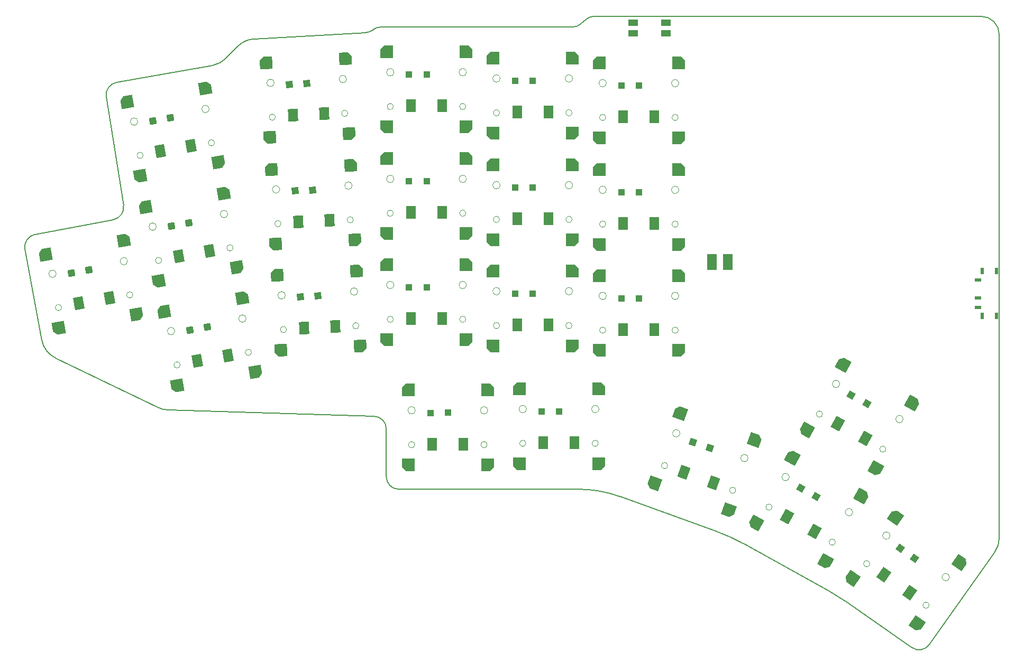
<source format=gbr>
%TF.GenerationSoftware,KiCad,Pcbnew,8.0.6*%
%TF.CreationDate,2024-11-17T18:27:12-05:00*%
%TF.ProjectId,ultra_lp_keeb,756c7472-615f-46c7-905f-6b6565622e6b,rev?*%
%TF.SameCoordinates,Original*%
%TF.FileFunction,Paste,Bot*%
%TF.FilePolarity,Positive*%
%FSLAX46Y46*%
G04 Gerber Fmt 4.6, Leading zero omitted, Abs format (unit mm)*
G04 Created by KiCad (PCBNEW 8.0.6) date 2024-11-17 18:27:12*
%MOMM*%
%LPD*%
G01*
G04 APERTURE LIST*
G04 Aperture macros list*
%AMRotRect*
0 Rectangle, with rotation*
0 The origin of the aperture is its center*
0 $1 length*
0 $2 width*
0 $3 Rotation angle, in degrees counterclockwise*
0 Add horizontal line*
21,1,$1,$2,0,0,$3*%
%AMOutline5P*
0 Free polygon, 5 corners , with rotation*
0 The origin of the aperture is its center*
0 number of corners: always 5*
0 $1 to $10 corner X, Y*
0 $11 Rotation angle, in degrees counterclockwise*
0 create outline with 5 corners*
4,1,5,$1,$2,$3,$4,$5,$6,$7,$8,$9,$10,$1,$2,$11*%
%AMOutline6P*
0 Free polygon, 6 corners , with rotation*
0 The origin of the aperture is its center*
0 number of corners: always 6*
0 $1 to $12 corner X, Y*
0 $13 Rotation angle, in degrees counterclockwise*
0 create outline with 6 corners*
4,1,6,$1,$2,$3,$4,$5,$6,$7,$8,$9,$10,$11,$12,$1,$2,$13*%
%AMOutline7P*
0 Free polygon, 7 corners , with rotation*
0 The origin of the aperture is its center*
0 number of corners: always 7*
0 $1 to $14 corner X, Y*
0 $15 Rotation angle, in degrees counterclockwise*
0 create outline with 7 corners*
4,1,7,$1,$2,$3,$4,$5,$6,$7,$8,$9,$10,$11,$12,$13,$14,$1,$2,$15*%
%AMOutline8P*
0 Free polygon, 8 corners , with rotation*
0 The origin of the aperture is its center*
0 number of corners: always 8*
0 $1 to $16 corner X, Y*
0 $17 Rotation angle, in degrees counterclockwise*
0 create outline with 8 corners*
4,1,8,$1,$2,$3,$4,$5,$6,$7,$8,$9,$10,$11,$12,$13,$14,$15,$16,$1,$2,$17*%
G04 Aperture macros list end*
%ADD10RotRect,1.100000X1.100000X331.000000*%
%ADD11RotRect,1.550000X2.000000X331.000000*%
%ADD12Outline5P,-1.000000X0.400000X-0.400000X1.000000X1.000000X1.000000X1.000000X-1.000000X-1.000000X-1.000000X331.000000*%
%ADD13Outline5P,-1.000000X1.000000X1.000000X1.000000X1.000000X-1.000000X-0.400000X-1.000000X-1.000000X-0.400000X331.000000*%
%ADD14Outline5P,-1.000000X1.000000X0.400000X1.000000X1.000000X0.400000X1.000000X-1.000000X-1.000000X-1.000000X331.000000*%
%ADD15Outline5P,-1.000000X1.000000X1.000000X1.000000X1.000000X-0.400000X0.400000X-1.000000X-1.000000X-1.000000X331.000000*%
%ADD16RotRect,1.100000X1.100000X10.000000*%
%ADD17RotRect,1.550000X2.000000X10.000000*%
%ADD18Outline5P,-1.000000X0.400000X-0.400000X1.000000X1.000000X1.000000X1.000000X-1.000000X-1.000000X-1.000000X10.000000*%
%ADD19Outline5P,-1.000000X1.000000X1.000000X1.000000X1.000000X-1.000000X-0.400000X-1.000000X-1.000000X-0.400000X10.000000*%
%ADD20Outline5P,-1.000000X1.000000X1.000000X1.000000X1.000000X-0.400000X0.400000X-1.000000X-1.000000X-1.000000X10.000000*%
%ADD21Outline5P,-1.000000X1.000000X0.400000X1.000000X1.000000X0.400000X1.000000X-1.000000X-1.000000X-1.000000X10.000000*%
%ADD22R,1.100000X1.100000*%
%ADD23R,1.550000X2.000000*%
%ADD24Outline5P,-1.000000X0.400000X-0.400000X1.000000X1.000000X1.000000X1.000000X-1.000000X-1.000000X-1.000000X0.000000*%
%ADD25Outline5P,-1.000000X1.000000X1.000000X1.000000X1.000000X-1.000000X-0.400000X-1.000000X-1.000000X-0.400000X0.000000*%
%ADD26Outline5P,-1.000000X1.000000X0.400000X1.000000X1.000000X0.400000X1.000000X-1.000000X-1.000000X-1.000000X0.000000*%
%ADD27Outline5P,-1.000000X1.000000X1.000000X1.000000X1.000000X-0.400000X0.400000X-1.000000X-1.000000X-1.000000X0.000000*%
%ADD28RotRect,1.100000X1.100000X3.000000*%
%ADD29RotRect,1.550000X2.000000X3.000000*%
%ADD30Outline5P,-1.000000X0.400000X-0.400000X1.000000X1.000000X1.000000X1.000000X-1.000000X-1.000000X-1.000000X3.000000*%
%ADD31Outline5P,-1.000000X1.000000X1.000000X1.000000X1.000000X-1.000000X-0.400000X-1.000000X-1.000000X-0.400000X3.000000*%
%ADD32Outline5P,-1.000000X1.000000X0.400000X1.000000X1.000000X0.400000X1.000000X-1.000000X-1.000000X-1.000000X3.000000*%
%ADD33Outline5P,-1.000000X1.000000X1.000000X1.000000X1.000000X-0.400000X0.400000X-1.000000X-1.000000X-1.000000X3.000000*%
%ADD34RotRect,1.100000X1.100000X325.000000*%
%ADD35RotRect,1.550000X2.000000X325.000000*%
%ADD36Outline5P,-1.000000X0.400000X-0.400000X1.000000X1.000000X1.000000X1.000000X-1.000000X-1.000000X-1.000000X325.000000*%
%ADD37Outline5P,-1.000000X1.000000X1.000000X1.000000X1.000000X-1.000000X-0.400000X-1.000000X-1.000000X-0.400000X325.000000*%
%ADD38Outline5P,-1.000000X1.000000X0.400000X1.000000X1.000000X0.400000X1.000000X-1.000000X-1.000000X-1.000000X325.000000*%
%ADD39Outline5P,-1.000000X1.000000X1.000000X1.000000X1.000000X-0.400000X0.400000X-1.000000X-1.000000X-1.000000X325.000000*%
%ADD40RotRect,1.100000X1.100000X340.000000*%
%ADD41RotRect,1.550000X2.000000X340.000000*%
%ADD42Outline5P,-1.000000X0.400000X-0.400000X1.000000X1.000000X1.000000X1.000000X-1.000000X-1.000000X-1.000000X340.000000*%
%ADD43Outline5P,-1.000000X1.000000X1.000000X1.000000X1.000000X-1.000000X-0.400000X-1.000000X-1.000000X-0.400000X340.000000*%
%ADD44Outline5P,-1.000000X1.000000X0.400000X1.000000X1.000000X0.400000X1.000000X-1.000000X-1.000000X-1.000000X340.000000*%
%ADD45Outline5P,-1.000000X1.000000X1.000000X1.000000X1.000000X-0.400000X0.400000X-1.000000X-1.000000X-1.000000X340.000000*%
%ADD46R,0.600000X1.100000*%
%ADD47R,0.600000X1.000000*%
%ADD48R,1.000000X0.600000*%
%ADD49R,1.550000X1.000000*%
%ADD50R,1.500000X2.500000*%
%TA.AperFunction,Profile*%
%ADD51C,0.200000*%
%TD*%
%TA.AperFunction,Profile*%
%ADD52C,0.100000*%
%TD*%
G04 APERTURE END LIST*
D10*
%TO.C,CPG1316*%
X193660476Y-132658978D03*
D11*
X193405135Y-138241373D03*
X189032036Y-135817325D03*
D10*
X191194756Y-131304423D03*
D12*
X189858353Y-126385348D03*
D13*
X184040638Y-136880785D03*
D14*
X200966024Y-132542430D03*
D15*
X195148309Y-143037867D03*
%TD*%
D16*
%TO.C,CPG1316*%
X90270391Y-71894220D03*
D17*
X93585068Y-76393249D03*
X88661029Y-77261491D03*
D16*
X87501715Y-72393261D03*
D18*
X83367463Y-69411448D03*
D19*
X85451241Y-81229141D03*
D20*
X97958299Y-79023809D03*
D21*
X95874522Y-67206116D03*
%TD*%
D22*
%TO.C,CPG1316*%
X165300000Y-66752599D03*
D23*
X167783072Y-71758865D03*
X162783072Y-71758865D03*
D22*
X162486729Y-66763283D03*
D24*
X158933072Y-63108865D03*
D25*
X158933072Y-75108865D03*
D26*
X171633072Y-63108865D03*
D27*
X171633072Y-75108865D03*
%TD*%
D28*
%TO.C,CPG1316*%
X113035321Y-83476851D03*
D29*
X115776998Y-88346302D03*
X110783850Y-88607982D03*
D28*
X110226465Y-83634755D03*
D30*
X106486421Y-80171330D03*
D31*
X107114452Y-92154884D03*
D32*
X119169016Y-79506663D03*
D33*
X119797047Y-91490217D03*
%TD*%
D28*
%TO.C,CPG1316*%
X112140376Y-66400286D03*
D29*
X114882053Y-71269737D03*
X109888905Y-71531417D03*
D28*
X109331520Y-66558190D03*
D30*
X105591476Y-63094765D03*
D31*
X106219507Y-75078319D03*
D32*
X118274071Y-62430098D03*
D33*
X118902102Y-74413652D03*
%TD*%
D22*
%TO.C,CPG1316*%
X148300000Y-83102599D03*
D23*
X150783072Y-88108865D03*
X145783072Y-88108865D03*
D22*
X145486729Y-83113283D03*
D24*
X141933072Y-79458865D03*
D25*
X141933072Y-91458865D03*
D26*
X154633072Y-79458865D03*
D27*
X154633072Y-91458865D03*
%TD*%
D16*
%TO.C,CPG1316*%
X96191793Y-105476164D03*
D17*
X99506470Y-109975193D03*
X94582431Y-110843435D03*
D16*
X93423117Y-105975205D03*
D18*
X89288865Y-102993392D03*
D19*
X91372643Y-114811085D03*
D20*
X103879701Y-112605753D03*
D21*
X101795924Y-100788060D03*
%TD*%
D16*
%TO.C,CPG1316*%
X93239775Y-88734432D03*
D17*
X96554452Y-93233461D03*
X91630413Y-94101703D03*
D16*
X90471099Y-89233473D03*
D18*
X86336847Y-86251660D03*
D19*
X88420625Y-98069353D03*
D20*
X100927683Y-95864021D03*
D21*
X98843906Y-84046328D03*
%TD*%
D22*
%TO.C,CPG1316*%
X131300000Y-82102599D03*
D23*
X133783072Y-87108865D03*
X128783072Y-87108865D03*
D22*
X128486729Y-82113283D03*
D24*
X124933072Y-78458865D03*
D25*
X124933072Y-90458865D03*
D26*
X137633072Y-78458865D03*
D27*
X137633072Y-90458865D03*
%TD*%
D22*
%TO.C,CPG1316*%
X165300000Y-83852599D03*
D23*
X167783072Y-88858865D03*
X162783072Y-88858865D03*
D22*
X162486729Y-83863283D03*
D24*
X158933072Y-80208865D03*
D25*
X158933072Y-92208865D03*
D26*
X171633072Y-80208865D03*
D27*
X171633072Y-92208865D03*
%TD*%
D22*
%TO.C,CPG1316*%
X152514195Y-118991961D03*
D23*
X154997267Y-123998227D03*
X149997266Y-123998229D03*
D22*
X149700924Y-119002645D03*
D24*
X146147267Y-115348227D03*
D25*
X146147267Y-127348227D03*
D27*
X158847266Y-127348227D03*
D26*
X158847267Y-115348227D03*
%TD*%
D22*
%TO.C,CPG1316*%
X165300000Y-100852599D03*
D23*
X167783072Y-105858865D03*
X162783072Y-105858865D03*
D22*
X162486729Y-100863283D03*
D24*
X158933072Y-97208865D03*
D25*
X158933072Y-109208865D03*
D26*
X171633072Y-97208865D03*
D27*
X171633072Y-109208865D03*
%TD*%
D28*
%TO.C,CPG1316*%
X113925032Y-100453553D03*
D29*
X116666709Y-105323004D03*
X111673561Y-105584684D03*
D28*
X111116176Y-100611457D03*
D30*
X107376132Y-97148032D03*
D31*
X108004163Y-109131586D03*
D32*
X120058727Y-96483365D03*
D33*
X120686758Y-108466919D03*
%TD*%
D16*
%TO.C,CPG1316*%
X77210026Y-96284444D03*
D17*
X80524703Y-100783473D03*
X75600664Y-101651715D03*
D16*
X74441350Y-96783485D03*
D18*
X70307098Y-93801672D03*
D19*
X72390876Y-105619365D03*
D20*
X84897934Y-103414033D03*
D21*
X82814157Y-91596340D03*
%TD*%
D22*
%TO.C,CPG1316*%
X131300000Y-65002599D03*
D23*
X133783072Y-70008865D03*
X128783072Y-70008865D03*
D22*
X128486729Y-65013283D03*
D24*
X124933072Y-61358865D03*
D25*
X124933072Y-73358865D03*
D26*
X137633072Y-61358865D03*
D27*
X137633072Y-73358865D03*
%TD*%
D22*
%TO.C,CPG1316*%
X148300000Y-100102599D03*
D23*
X150783072Y-105108865D03*
X145783072Y-105108865D03*
D22*
X145486729Y-100113283D03*
D24*
X141933072Y-96458865D03*
D25*
X141933072Y-108458865D03*
D26*
X154633072Y-96458865D03*
D27*
X154633072Y-108458865D03*
%TD*%
D22*
%TO.C,CPG1316*%
X134714195Y-119191960D03*
D23*
X137197267Y-124198226D03*
X132197266Y-124198228D03*
D22*
X131900924Y-119202644D03*
D24*
X128347267Y-115548226D03*
D25*
X128347267Y-127548226D03*
D27*
X141047266Y-127548226D03*
D26*
X141047267Y-115548226D03*
%TD*%
D34*
%TO.C,CPG1316*%
X209440965Y-142534677D03*
D35*
X208603503Y-148059800D03*
X204507744Y-145191919D03*
D34*
X207130341Y-140929804D03*
D36*
X206315443Y-135897985D03*
D37*
X199432526Y-145727811D03*
D38*
X216718674Y-143182405D03*
D39*
X209835757Y-153012230D03*
%TD*%
D22*
%TO.C,CPG1316*%
X131300000Y-99102599D03*
D23*
X133783072Y-104108865D03*
X128783072Y-104108865D03*
D22*
X128486729Y-99113283D03*
D24*
X124933072Y-95458865D03*
D25*
X124933072Y-107458865D03*
D26*
X137633072Y-95458865D03*
D27*
X137633072Y-107458865D03*
%TD*%
D40*
%TO.C,CPG1316*%
X176601680Y-124845344D03*
D41*
X177222762Y-130398956D03*
X172524298Y-128688855D03*
D40*
X173954419Y-123893189D03*
D42*
X171864956Y-119243737D03*
D43*
X167760714Y-130520049D03*
D44*
X183799053Y-123587391D03*
D45*
X179694812Y-134863704D03*
%TD*%
D22*
%TO.C,CPG1316*%
X148300000Y-66002599D03*
D23*
X150783072Y-71008865D03*
X145783072Y-71008865D03*
D22*
X145486729Y-66013283D03*
D24*
X141933072Y-62358865D03*
D25*
X141933072Y-74358865D03*
D26*
X154633072Y-62358865D03*
D27*
X154633072Y-74358865D03*
%TD*%
D10*
%TO.C,CPG1316*%
X201744534Y-117740275D03*
D11*
X201489193Y-123322670D03*
X197116094Y-120898622D03*
D10*
X199278814Y-116385720D03*
D12*
X197942411Y-111466645D03*
D13*
X192124696Y-121962082D03*
D14*
X209050082Y-117623727D03*
D15*
X203232367Y-128119164D03*
%TD*%
D46*
%TO.C,SW1*%
X222553341Y-103676085D03*
D47*
X222553341Y-96476085D03*
X220267341Y-103676085D03*
D46*
X220267341Y-96476085D03*
D48*
X219560341Y-97876085D03*
X219560341Y-100776085D03*
X219560341Y-102276085D03*
%TD*%
D49*
%TO.C,REF\u002A\u002A*%
X169600000Y-58400000D03*
X164400000Y-58400000D03*
X169600000Y-56700000D03*
X164400000Y-56700000D03*
%TD*%
D50*
%TO.C,REF\u002A\u002A*%
X179500000Y-95000000D03*
X177000000Y-95000000D03*
%TD*%
D51*
X198211338Y-149310638D02*
X208998450Y-156823920D01*
X101039239Y-60480933D02*
G75*
G02*
X103675942Y-59279008I2864861J-2791667D01*
G01*
X67020389Y-92933037D02*
X69702163Y-107523299D01*
X80029800Y-68520386D02*
X82788470Y-85951132D01*
X222981676Y-139205693D02*
G75*
G02*
X222248532Y-141512964I-3999976J893D01*
G01*
X89901131Y-118735233D02*
G75*
G02*
X88280772Y-118337148I123169J3998133D01*
G01*
X122744429Y-57788483D02*
G75*
G02*
X123977732Y-57362819I1233471J-1574317D01*
G01*
X182031807Y-140174956D02*
X195591980Y-147679626D01*
X122685777Y-57834436D02*
G75*
G02*
X121566379Y-58256844I-1233477J1574336D01*
G01*
X97032648Y-63515641D02*
X81656487Y-66238385D01*
X99200054Y-62368436D02*
G75*
G02*
X97032647Y-63515635I-2864854J2791536D01*
G01*
X122744429Y-57788483D02*
X122685777Y-57834436D01*
X126849501Y-131439519D02*
G75*
G02*
X124849982Y-129441771I399J1999919D01*
G01*
X222981676Y-139205693D02*
X222981489Y-58614286D01*
X155491493Y-131439519D02*
G75*
G02*
X162299012Y-132633729I7J-19999981D01*
G01*
X89901131Y-118735233D02*
X122902841Y-119751958D01*
X124841252Y-121748758D02*
X124849916Y-129441771D01*
X154685338Y-57360144D02*
X123977732Y-57362820D01*
X82788470Y-85951132D02*
G75*
G02*
X81184761Y-88228925I-1975370J-312668D01*
G01*
X101039239Y-60480933D02*
X99200054Y-62368436D01*
X68615733Y-90606327D02*
X81184761Y-88228926D01*
X67020389Y-92933037D02*
G75*
G02*
X68615742Y-90606376I1967011J361537D01*
G01*
X195591980Y-147679626D02*
G75*
G02*
X198211336Y-149310641I-14526680J-26248174D01*
G01*
X222248543Y-141512972D02*
X211774955Y-156336845D01*
X177776999Y-138236616D02*
G75*
G02*
X182031806Y-140174957I-10271899J-28186584D01*
G01*
X211774955Y-156336845D02*
G75*
G02*
X208998414Y-156823972I-1633455J1153945D01*
G01*
X156082748Y-56790795D02*
G75*
G02*
X154685338Y-57360120I-1397648J1430895D01*
G01*
X121566379Y-58256844D02*
X103675940Y-59278966D01*
X162299012Y-132633730D02*
X177776999Y-138236616D01*
X126849501Y-131439519D02*
X155491493Y-131439519D01*
X219999342Y-55631411D02*
X158136517Y-55648686D01*
X156082748Y-56790795D02*
X156809364Y-56158895D01*
X88280774Y-118337143D02*
X71892727Y-110400203D01*
X156809364Y-56158895D02*
G75*
G02*
X158136517Y-55648686I1327736J-1472505D01*
G01*
X122902841Y-119751958D02*
G75*
G02*
X124841288Y-121748758I-61541J-1999042D01*
G01*
X71892727Y-110400203D02*
G75*
G02*
X69702175Y-107523297I1743673J3600103D01*
G01*
X219999342Y-55631411D02*
G75*
G02*
X222981489Y-58614286I-42J-2982189D01*
G01*
X80029800Y-68520386D02*
G75*
G02*
X81656488Y-66238390I1975410J312636D01*
G01*
D52*
%TO.C,CPG1316*%
X186598841Y-134307792D02*
G75*
G02*
X185598839Y-134307792I-500001J0D01*
G01*
X185598839Y-134307792D02*
G75*
G02*
X186598841Y-134307792I500001J0D01*
G01*
X189363764Y-129494507D02*
G75*
G02*
X188163762Y-129494507I-600001J0D01*
G01*
X188163762Y-129494507D02*
G75*
G02*
X189363764Y-129494507I600001J0D01*
G01*
X196742895Y-139928706D02*
G75*
G02*
X195742899Y-139928706I-499998J0D01*
G01*
X195742899Y-139928706D02*
G75*
G02*
X196742895Y-139928706I499998J0D01*
G01*
X199510881Y-135121176D02*
G75*
G02*
X198310883Y-135121176I-599999J0D01*
G01*
X198310883Y-135121176D02*
G75*
G02*
X199510881Y-135121176I599999J0D01*
G01*
X85073466Y-72516567D02*
G75*
G02*
X83873464Y-72516567I-600001J0D01*
G01*
X83873464Y-72516567D02*
G75*
G02*
X85073466Y-72516567I600001J0D01*
G01*
X85931528Y-77934281D02*
G75*
G02*
X84931530Y-77934281I-499999J0D01*
G01*
X84931530Y-77934281D02*
G75*
G02*
X85931528Y-77934281I499999J0D01*
G01*
X96500234Y-70503521D02*
G75*
G02*
X95300232Y-70503521I-600001J0D01*
G01*
X95300232Y-70503521D02*
G75*
G02*
X96500234Y-70503521I600001J0D01*
G01*
X97352299Y-75918690D02*
G75*
G02*
X96352299Y-75918690I-500000J0D01*
G01*
X96352299Y-75918690D02*
G75*
G02*
X97352299Y-75918690I500000J0D01*
G01*
X160083072Y-66358865D02*
G75*
G02*
X158883072Y-66358865I-600000J0D01*
G01*
X158883072Y-66358865D02*
G75*
G02*
X160083072Y-66358865I600000J0D01*
G01*
X159985805Y-71860639D02*
G75*
G02*
X158985805Y-71860639I-500000J0D01*
G01*
X158985805Y-71860639D02*
G75*
G02*
X159985805Y-71860639I500000J0D01*
G01*
X171583072Y-71858865D02*
G75*
G02*
X170583072Y-71858865I-500000J0D01*
G01*
X170583072Y-71858865D02*
G75*
G02*
X171583072Y-71858865I500000J0D01*
G01*
X171685805Y-66360639D02*
G75*
G02*
X170485805Y-66360639I-600000J0D01*
G01*
X170485805Y-66360639D02*
G75*
G02*
X171685805Y-66360639I600000J0D01*
G01*
X107805759Y-83388091D02*
G75*
G02*
X106605759Y-83388091I-600000J0D01*
G01*
X106605759Y-83388091D02*
G75*
G02*
X107805759Y-83388091I600000J0D01*
G01*
X107996428Y-88882182D02*
G75*
G02*
X106996430Y-88882182I-499999J0D01*
G01*
X106996430Y-88882182D02*
G75*
G02*
X107996428Y-88882182I499999J0D01*
G01*
X119392683Y-82782622D02*
G75*
G02*
X118192683Y-82782622I-600000J0D01*
G01*
X118192683Y-82782622D02*
G75*
G02*
X119392683Y-82782622I600000J0D01*
G01*
X119577709Y-88273456D02*
G75*
G02*
X118577709Y-88273456I-500000J0D01*
G01*
X118577709Y-88273456D02*
G75*
G02*
X119577709Y-88273456I500000J0D01*
G01*
X106910814Y-66311526D02*
G75*
G02*
X105710814Y-66311526I-600000J0D01*
G01*
X105710814Y-66311526D02*
G75*
G02*
X106910814Y-66311526I600000J0D01*
G01*
X107101483Y-71805617D02*
G75*
G02*
X106101485Y-71805617I-499999J0D01*
G01*
X106101485Y-71805617D02*
G75*
G02*
X107101483Y-71805617I499999J0D01*
G01*
X118497738Y-65706057D02*
G75*
G02*
X117297738Y-65706057I-600000J0D01*
G01*
X117297738Y-65706057D02*
G75*
G02*
X118497738Y-65706057I600000J0D01*
G01*
X118682764Y-71196891D02*
G75*
G02*
X117682764Y-71196891I-500000J0D01*
G01*
X117682764Y-71196891D02*
G75*
G02*
X118682764Y-71196891I500000J0D01*
G01*
X143083072Y-82708865D02*
G75*
G02*
X141883072Y-82708865I-600000J0D01*
G01*
X141883072Y-82708865D02*
G75*
G02*
X143083072Y-82708865I600000J0D01*
G01*
X142985805Y-88210639D02*
G75*
G02*
X141985805Y-88210639I-500000J0D01*
G01*
X141985805Y-88210639D02*
G75*
G02*
X142985805Y-88210639I500000J0D01*
G01*
X154583072Y-88208865D02*
G75*
G02*
X153583072Y-88208865I-500000J0D01*
G01*
X153583072Y-88208865D02*
G75*
G02*
X154583072Y-88208865I500000J0D01*
G01*
X154685805Y-82710639D02*
G75*
G02*
X153485805Y-82710639I-600000J0D01*
G01*
X153485805Y-82710639D02*
G75*
G02*
X154685805Y-82710639I600000J0D01*
G01*
X90994868Y-106098511D02*
G75*
G02*
X89794866Y-106098511I-600001J0D01*
G01*
X89794866Y-106098511D02*
G75*
G02*
X90994868Y-106098511I600001J0D01*
G01*
X91852930Y-111516225D02*
G75*
G02*
X90852932Y-111516225I-499999J0D01*
G01*
X90852932Y-111516225D02*
G75*
G02*
X91852930Y-111516225I499999J0D01*
G01*
X102421636Y-104085465D02*
G75*
G02*
X101221634Y-104085465I-600001J0D01*
G01*
X101221634Y-104085465D02*
G75*
G02*
X102421636Y-104085465I600001J0D01*
G01*
X103273701Y-109500634D02*
G75*
G02*
X102273701Y-109500634I-500000J0D01*
G01*
X102273701Y-109500634D02*
G75*
G02*
X103273701Y-109500634I500000J0D01*
G01*
X88042850Y-89356779D02*
G75*
G02*
X86842848Y-89356779I-600001J0D01*
G01*
X86842848Y-89356779D02*
G75*
G02*
X88042850Y-89356779I600001J0D01*
G01*
X88900912Y-94774493D02*
G75*
G02*
X87900914Y-94774493I-499999J0D01*
G01*
X87900914Y-94774493D02*
G75*
G02*
X88900912Y-94774493I499999J0D01*
G01*
X99469618Y-87343733D02*
G75*
G02*
X98269616Y-87343733I-600001J0D01*
G01*
X98269616Y-87343733D02*
G75*
G02*
X99469618Y-87343733I600001J0D01*
G01*
X100321683Y-92758902D02*
G75*
G02*
X99321683Y-92758902I-500000J0D01*
G01*
X99321683Y-92758902D02*
G75*
G02*
X100321683Y-92758902I500000J0D01*
G01*
X126083072Y-81708865D02*
G75*
G02*
X124883072Y-81708865I-600000J0D01*
G01*
X124883072Y-81708865D02*
G75*
G02*
X126083072Y-81708865I600000J0D01*
G01*
X125985805Y-87210639D02*
G75*
G02*
X124985805Y-87210639I-500000J0D01*
G01*
X124985805Y-87210639D02*
G75*
G02*
X125985805Y-87210639I500000J0D01*
G01*
X137583072Y-87208865D02*
G75*
G02*
X136583072Y-87208865I-500000J0D01*
G01*
X136583072Y-87208865D02*
G75*
G02*
X137583072Y-87208865I500000J0D01*
G01*
X137685805Y-81710639D02*
G75*
G02*
X136485805Y-81710639I-600000J0D01*
G01*
X136485805Y-81710639D02*
G75*
G02*
X137685805Y-81710639I600000J0D01*
G01*
X160083072Y-83458865D02*
G75*
G02*
X158883072Y-83458865I-600000J0D01*
G01*
X158883072Y-83458865D02*
G75*
G02*
X160083072Y-83458865I600000J0D01*
G01*
X159985805Y-88960639D02*
G75*
G02*
X158985805Y-88960639I-500000J0D01*
G01*
X158985805Y-88960639D02*
G75*
G02*
X159985805Y-88960639I500000J0D01*
G01*
X171583072Y-88958865D02*
G75*
G02*
X170583072Y-88958865I-500000J0D01*
G01*
X170583072Y-88958865D02*
G75*
G02*
X171583072Y-88958865I500000J0D01*
G01*
X171685805Y-83460639D02*
G75*
G02*
X170485805Y-83460639I-600000J0D01*
G01*
X170485805Y-83460639D02*
G75*
G02*
X171685805Y-83460639I600000J0D01*
G01*
X147297269Y-118598227D02*
G75*
G02*
X146097267Y-118598227I-600001J0D01*
G01*
X146097267Y-118598227D02*
G75*
G02*
X147297269Y-118598227I600001J0D01*
G01*
X147200000Y-124100000D02*
G75*
G02*
X146200002Y-124100000I-499999J0D01*
G01*
X146200002Y-124100000D02*
G75*
G02*
X147200000Y-124100000I499999J0D01*
G01*
X158797267Y-124098227D02*
G75*
G02*
X157797267Y-124098227I-500000J0D01*
G01*
X157797267Y-124098227D02*
G75*
G02*
X158797267Y-124098227I500000J0D01*
G01*
X158900000Y-118600002D02*
G75*
G02*
X157699998Y-118600002I-600001J0D01*
G01*
X157699998Y-118600002D02*
G75*
G02*
X158900000Y-118600002I600001J0D01*
G01*
X160083072Y-100458865D02*
G75*
G02*
X158883072Y-100458865I-600000J0D01*
G01*
X158883072Y-100458865D02*
G75*
G02*
X160083072Y-100458865I600000J0D01*
G01*
X159985805Y-105960639D02*
G75*
G02*
X158985805Y-105960639I-500000J0D01*
G01*
X158985805Y-105960639D02*
G75*
G02*
X159985805Y-105960639I500000J0D01*
G01*
X171583072Y-105958865D02*
G75*
G02*
X170583072Y-105958865I-500000J0D01*
G01*
X170583072Y-105958865D02*
G75*
G02*
X171583072Y-105958865I500000J0D01*
G01*
X171685805Y-100460639D02*
G75*
G02*
X170485805Y-100460639I-600000J0D01*
G01*
X170485805Y-100460639D02*
G75*
G02*
X171685805Y-100460639I600000J0D01*
G01*
X108695470Y-100364793D02*
G75*
G02*
X107495470Y-100364793I-600000J0D01*
G01*
X107495470Y-100364793D02*
G75*
G02*
X108695470Y-100364793I600000J0D01*
G01*
X108886139Y-105858884D02*
G75*
G02*
X107886141Y-105858884I-499999J0D01*
G01*
X107886141Y-105858884D02*
G75*
G02*
X108886139Y-105858884I499999J0D01*
G01*
X120282394Y-99759324D02*
G75*
G02*
X119082394Y-99759324I-600000J0D01*
G01*
X119082394Y-99759324D02*
G75*
G02*
X120282394Y-99759324I600000J0D01*
G01*
X120467420Y-105250158D02*
G75*
G02*
X119467420Y-105250158I-500000J0D01*
G01*
X119467420Y-105250158D02*
G75*
G02*
X120467420Y-105250158I500000J0D01*
G01*
X72013101Y-96906791D02*
G75*
G02*
X70813099Y-96906791I-600001J0D01*
G01*
X70813099Y-96906791D02*
G75*
G02*
X72013101Y-96906791I600001J0D01*
G01*
X72871163Y-102324505D02*
G75*
G02*
X71871165Y-102324505I-499999J0D01*
G01*
X71871165Y-102324505D02*
G75*
G02*
X72871163Y-102324505I499999J0D01*
G01*
X83439869Y-94893745D02*
G75*
G02*
X82239867Y-94893745I-600001J0D01*
G01*
X82239867Y-94893745D02*
G75*
G02*
X83439869Y-94893745I600001J0D01*
G01*
X84291934Y-100308914D02*
G75*
G02*
X83291934Y-100308914I-500000J0D01*
G01*
X83291934Y-100308914D02*
G75*
G02*
X84291934Y-100308914I500000J0D01*
G01*
X126083072Y-64608865D02*
G75*
G02*
X124883072Y-64608865I-600000J0D01*
G01*
X124883072Y-64608865D02*
G75*
G02*
X126083072Y-64608865I600000J0D01*
G01*
X125985805Y-70110639D02*
G75*
G02*
X124985805Y-70110639I-500000J0D01*
G01*
X124985805Y-70110639D02*
G75*
G02*
X125985805Y-70110639I500000J0D01*
G01*
X137583072Y-70108865D02*
G75*
G02*
X136583072Y-70108865I-500000J0D01*
G01*
X136583072Y-70108865D02*
G75*
G02*
X137583072Y-70108865I500000J0D01*
G01*
X137685805Y-64610639D02*
G75*
G02*
X136485805Y-64610639I-600000J0D01*
G01*
X136485805Y-64610639D02*
G75*
G02*
X137685805Y-64610639I600000J0D01*
G01*
X143083072Y-99708865D02*
G75*
G02*
X141883072Y-99708865I-600000J0D01*
G01*
X141883072Y-99708865D02*
G75*
G02*
X143083072Y-99708865I600000J0D01*
G01*
X142985805Y-105210639D02*
G75*
G02*
X141985805Y-105210639I-500000J0D01*
G01*
X141985805Y-105210639D02*
G75*
G02*
X142985805Y-105210639I500000J0D01*
G01*
X154583072Y-105208865D02*
G75*
G02*
X153583072Y-105208865I-500000J0D01*
G01*
X153583072Y-105208865D02*
G75*
G02*
X154583072Y-105208865I500000J0D01*
G01*
X154685805Y-99710639D02*
G75*
G02*
X153485805Y-99710639I-600000J0D01*
G01*
X153485805Y-99710639D02*
G75*
G02*
X154685805Y-99710639I600000J0D01*
G01*
X129497269Y-118798226D02*
G75*
G02*
X128297267Y-118798226I-600001J0D01*
G01*
X128297267Y-118798226D02*
G75*
G02*
X129497269Y-118798226I600001J0D01*
G01*
X129400000Y-124299999D02*
G75*
G02*
X128400002Y-124299999I-499999J0D01*
G01*
X128400002Y-124299999D02*
G75*
G02*
X129400000Y-124299999I499999J0D01*
G01*
X140997267Y-124298226D02*
G75*
G02*
X139997267Y-124298226I-500000J0D01*
G01*
X139997267Y-124298226D02*
G75*
G02*
X140997267Y-124298226I500000J0D01*
G01*
X141100000Y-118800001D02*
G75*
G02*
X139899998Y-118800001I-600001J0D01*
G01*
X139899998Y-118800001D02*
G75*
G02*
X141100000Y-118800001I600001J0D01*
G01*
X202248404Y-143384053D02*
G75*
G02*
X201248402Y-143384053I-500001J0D01*
G01*
X201248402Y-143384053D02*
G75*
G02*
X202248404Y-143384053I500001J0D01*
G01*
X205501853Y-138875694D02*
G75*
G02*
X204301853Y-138875694I-600000J0D01*
G01*
X204301853Y-138875694D02*
G75*
G02*
X205501853Y-138875694I600000J0D01*
G01*
X211749344Y-150034519D02*
G75*
G02*
X210749346Y-150034519I-499999J0D01*
G01*
X210749346Y-150034519D02*
G75*
G02*
X211749344Y-150034519I499999J0D01*
G01*
X215005238Y-145532203D02*
G75*
G02*
X213805240Y-145532203I-599999J0D01*
G01*
X213805240Y-145532203D02*
G75*
G02*
X215005238Y-145532203I599999J0D01*
G01*
X126083072Y-98708865D02*
G75*
G02*
X124883072Y-98708865I-600000J0D01*
G01*
X124883072Y-98708865D02*
G75*
G02*
X126083072Y-98708865I600000J0D01*
G01*
X125985805Y-104210639D02*
G75*
G02*
X124985805Y-104210639I-500000J0D01*
G01*
X124985805Y-104210639D02*
G75*
G02*
X125985805Y-104210639I500000J0D01*
G01*
X137583072Y-104208865D02*
G75*
G02*
X136583072Y-104208865I-500000J0D01*
G01*
X136583072Y-104208865D02*
G75*
G02*
X137583072Y-104208865I500000J0D01*
G01*
X137685805Y-98710639D02*
G75*
G02*
X136485805Y-98710639I-600000J0D01*
G01*
X136485805Y-98710639D02*
G75*
G02*
X137685805Y-98710639I600000J0D01*
G01*
X169891074Y-127656759D02*
G75*
G02*
X168891070Y-127656759I-500002J0D01*
G01*
X168891070Y-127656759D02*
G75*
G02*
X169891074Y-127656759I500002J0D01*
G01*
X171870223Y-122485848D02*
G75*
G02*
X170670221Y-122485848I-600001J0D01*
G01*
X170670221Y-122485848D02*
G75*
G02*
X171870223Y-122485848I600001J0D01*
G01*
X180789540Y-131621591D02*
G75*
G02*
X179789546Y-131621591I-499997J0D01*
G01*
X179789546Y-131621591D02*
G75*
G02*
X180789540Y-131621591I499997J0D01*
G01*
X182772617Y-126455885D02*
G75*
G02*
X181572619Y-126455885I-599999J0D01*
G01*
X181572619Y-126455885D02*
G75*
G02*
X182772617Y-126455885I599999J0D01*
G01*
X143083072Y-65608865D02*
G75*
G02*
X141883072Y-65608865I-600000J0D01*
G01*
X141883072Y-65608865D02*
G75*
G02*
X143083072Y-65608865I600000J0D01*
G01*
X142985805Y-71110639D02*
G75*
G02*
X141985805Y-71110639I-500000J0D01*
G01*
X141985805Y-71110639D02*
G75*
G02*
X142985805Y-71110639I500000J0D01*
G01*
X154583072Y-71108865D02*
G75*
G02*
X153583072Y-71108865I-500000J0D01*
G01*
X153583072Y-71108865D02*
G75*
G02*
X154583072Y-71108865I500000J0D01*
G01*
X154685805Y-65610639D02*
G75*
G02*
X153485805Y-65610639I-600000J0D01*
G01*
X153485805Y-65610639D02*
G75*
G02*
X154685805Y-65610639I600000J0D01*
G01*
X194682899Y-119389089D02*
G75*
G02*
X193682897Y-119389089I-500001J0D01*
G01*
X193682897Y-119389089D02*
G75*
G02*
X194682899Y-119389089I500001J0D01*
G01*
X197447822Y-114575804D02*
G75*
G02*
X196247820Y-114575804I-600001J0D01*
G01*
X196247820Y-114575804D02*
G75*
G02*
X197447822Y-114575804I600001J0D01*
G01*
X204826953Y-125010003D02*
G75*
G02*
X203826957Y-125010003I-499998J0D01*
G01*
X203826957Y-125010003D02*
G75*
G02*
X204826953Y-125010003I499998J0D01*
G01*
X207594939Y-120202473D02*
G75*
G02*
X206394941Y-120202473I-599999J0D01*
G01*
X206394941Y-120202473D02*
G75*
G02*
X207594939Y-120202473I599999J0D01*
G01*
%TD*%
M02*

</source>
